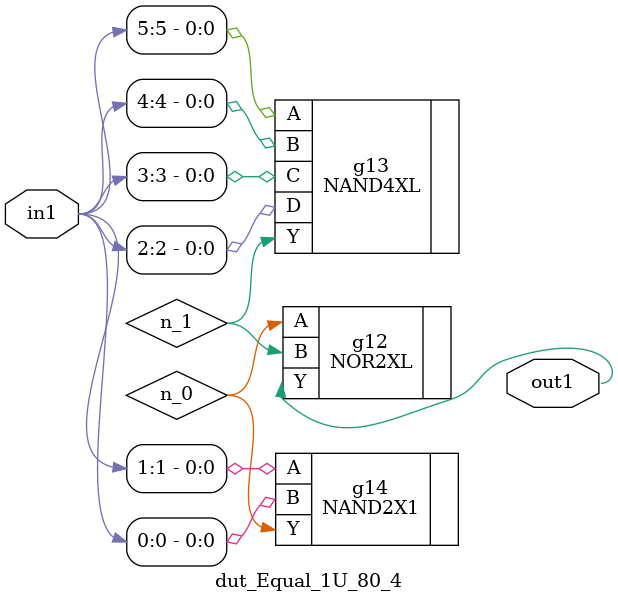
<source format=v>
`timescale 1ps / 1ps


module dut_Equal_1U_80_4(in1, out1);
  input [5:0] in1;
  output out1;
  wire [5:0] in1;
  wire out1;
  wire n_0, n_1;
  NOR2XL g12(.A (n_0), .B (n_1), .Y (out1));
  NAND4XL g13(.A (in1[5]), .B (in1[4]), .C (in1[3]), .D (in1[2]), .Y
       (n_1));
  NAND2X1 g14(.A (in1[1]), .B (in1[0]), .Y (n_0));
endmodule



</source>
